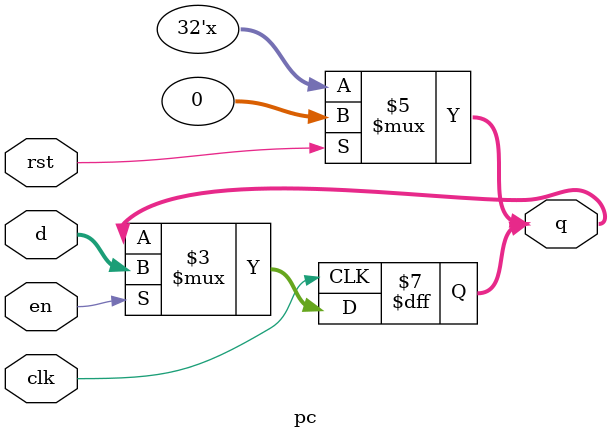
<source format=v>
`timescale 1ns / 1ps


module pc #(parameter WIDTH = 32)(
	input wire clk,rst,en,
	input wire[WIDTH-1:0] d,
	output reg[WIDTH-1:0] q
    );

	always @(*) begin
		if(rst) begin
			q <= 0;
		end
	end

	always @(posedge clk) begin
		if(en) begin
			q <= d;
		end
	end
endmodule
</source>
